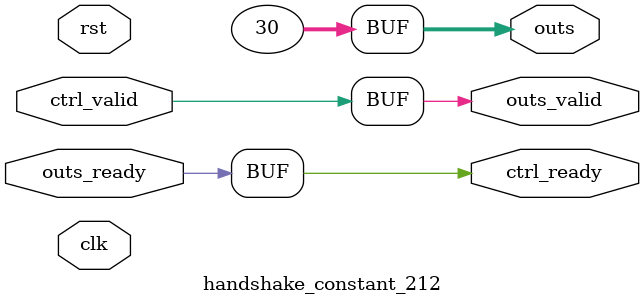
<source format=v>
`timescale 1ns / 1ps
module handshake_constant_212 #(
  parameter DATA_WIDTH = 32  // Default set to 32 bits
) (
  input                       clk,
  input                       rst,
  // Input Channel
  input                       ctrl_valid,
  output                      ctrl_ready,
  // Output Channel
  output [DATA_WIDTH - 1 : 0] outs,
  output                      outs_valid,
  input                       outs_ready
);
  assign outs       = 6'b011110;
  assign outs_valid = ctrl_valid;
  assign ctrl_ready = outs_ready;

endmodule

</source>
